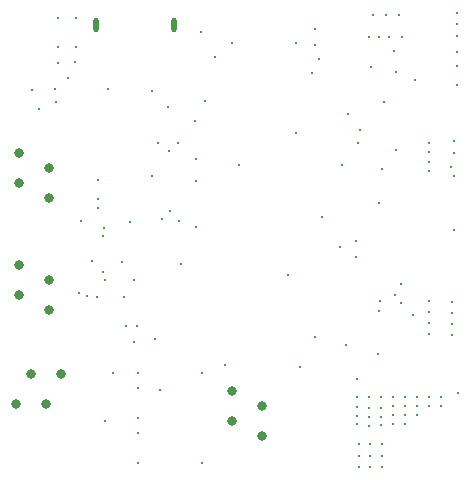
<source format=gbr>
%TF.GenerationSoftware,Altium Limited,Altium Designer,22.10.1 (41)*%
G04 Layer_Color=0*
%FSLAX45Y45*%
%MOMM*%
%TF.SameCoordinates,8EF9DDD9-B046-4884-B7CB-8C41A3A7CB5C*%
%TF.FilePolarity,Positive*%
%TF.FileFunction,Plated,1,4,PTH,Drill*%
%TF.Part,Single*%
G01*
G75*
%TA.AperFunction,ComponentDrill*%
%ADD95C,0.80000*%
%ADD96C,0.80000*%
%ADD97O,0.50000X1.20000*%
%TA.AperFunction,ViaDrill,NotFilled*%
%ADD98C,0.20000*%
%ADD99C,0.30000*%
D95*
X491999Y2381000D02*
D03*
X237999Y2508000D02*
D03*
Y2762000D02*
D03*
X491999Y2635000D02*
D03*
X2297498Y616500D02*
D03*
Y362500D02*
D03*
X2043498Y743500D02*
D03*
Y489500D02*
D03*
X237999Y1817000D02*
D03*
X491999Y1690000D02*
D03*
X237999Y1563000D02*
D03*
X491999Y1436000D02*
D03*
D96*
X468000Y638500D02*
D03*
X214000D02*
D03*
X341000Y892500D02*
D03*
X595000D02*
D03*
D97*
X894999Y3842502D02*
D03*
X1554998D02*
D03*
D98*
X3900000Y2640000D02*
D03*
X2960000Y1965000D02*
D03*
X2617500Y947500D02*
D03*
X2750000Y3810000D02*
D03*
X2975000Y2662500D02*
D03*
X3025000Y3092500D02*
D03*
X2802500Y2222500D02*
D03*
X651500Y3399998D02*
D03*
X547500Y3300000D02*
D03*
X947546Y2056162D02*
D03*
X960000Y2127500D02*
D03*
X746248Y1572824D02*
D03*
X953075Y1757996D02*
D03*
X899502Y1540000D02*
D03*
X1607500Y1819245D02*
D03*
X1510000Y2780000D02*
D03*
X1589289Y2842639D02*
D03*
X1500000Y3150000D02*
D03*
X1420069Y2842639D02*
D03*
X912545Y2375116D02*
D03*
Y2295112D02*
D03*
Y2535124D02*
D03*
X1737585Y2135104D02*
D03*
X2742500Y1207500D02*
D03*
X1515374Y2271212D02*
D03*
X1178966Y2180001D02*
D03*
X3947500Y3499998D02*
D03*
Y3619998D02*
D03*
X3590000Y3380000D02*
D03*
X3010257Y1135202D02*
D03*
X3215000Y300000D02*
D03*
X3115000D02*
D03*
X3315000Y200000D02*
D03*
X3315000Y300465D02*
D03*
X3315000Y100000D02*
D03*
X3115000D02*
D03*
X3215000Y200000D02*
D03*
X3115000D02*
D03*
X3215000Y100000D02*
D03*
X3105713Y536000D02*
D03*
Y613500D02*
D03*
Y697500D02*
D03*
Y463500D02*
D03*
X3206785Y602500D02*
D03*
Y697500D02*
D03*
Y527500D02*
D03*
Y452500D02*
D03*
X3307857Y455000D02*
D03*
Y605000D02*
D03*
Y527500D02*
D03*
Y697500D02*
D03*
X3408928D02*
D03*
Y467500D02*
D03*
Y542500D02*
D03*
X3510000Y467500D02*
D03*
Y540000D02*
D03*
Y697500D02*
D03*
X3611072Y547500D02*
D03*
Y697500D02*
D03*
X3712143Y622500D02*
D03*
Y697500D02*
D03*
X3813215Y622500D02*
D03*
Y697500D02*
D03*
X3611072Y617500D02*
D03*
X3510000D02*
D03*
X3408928D02*
D03*
X3287502Y3745001D02*
D03*
X3205002D02*
D03*
X3479998Y3747501D02*
D03*
X3372500Y3745001D02*
D03*
X3712499Y1323333D02*
D03*
Y1230000D02*
D03*
Y1510000D02*
D03*
Y1416667D02*
D03*
X3475000Y1495000D02*
D03*
X3419998Y1562501D02*
D03*
X3290000Y2340000D02*
D03*
X3430200Y3450000D02*
D03*
X549998Y3189600D02*
D03*
X1780000Y3790000D02*
D03*
X969998Y1689997D02*
D03*
X1727998Y3030000D02*
D03*
X1454800Y2200001D02*
D03*
X1240000Y1300000D02*
D03*
X3902500Y1406666D02*
D03*
Y1313333D02*
D03*
Y1220000D02*
D03*
X3920000Y2570000D02*
D03*
Y2763333D02*
D03*
Y2860000D02*
D03*
X3712999Y2610000D02*
D03*
Y2689168D02*
D03*
X3920000Y2110000D02*
D03*
X3090000Y1880000D02*
D03*
X1394927Y1182872D02*
D03*
X2520000Y1730000D02*
D03*
X3430000Y2790000D02*
D03*
X3950000Y3950000D02*
D03*
Y3850000D02*
D03*
Y3750000D02*
D03*
X3955000Y730000D02*
D03*
X3330000Y3192500D02*
D03*
X3107500Y2845000D02*
D03*
X3127500Y2952500D02*
D03*
X2724799Y3434999D02*
D03*
X3417501Y3625000D02*
D03*
X3224256Y3489256D02*
D03*
X1435000Y757500D02*
D03*
X3580002Y1387786D02*
D03*
X2102500Y2660000D02*
D03*
X767540Y2190107D02*
D03*
X3902500Y1499999D02*
D03*
X3945500Y3339998D02*
D03*
X3294718Y1512781D02*
D03*
X1370000Y3285002D02*
D03*
X407500Y3132500D02*
D03*
X350000Y3292500D02*
D03*
X1594185Y2189505D02*
D03*
X819799Y1547500D02*
D03*
X3712999Y2768335D02*
D03*
X3477499Y1654998D02*
D03*
X3310001Y2622499D02*
D03*
X3457499Y3932499D02*
D03*
X3350001D02*
D03*
X3239999D02*
D03*
X2588981Y3692098D02*
D03*
Y2930098D02*
D03*
X1792402Y899998D02*
D03*
Y137998D02*
D03*
X3285002Y1425001D02*
D03*
X3712999Y2847503D02*
D03*
X2780000Y3559998D02*
D03*
X1370000Y2570002D02*
D03*
X1250000Y772998D02*
D03*
Y518998D02*
D03*
Y391998D02*
D03*
D99*
X567502Y3657498D02*
D03*
X722498D02*
D03*
X1737585Y2527623D02*
D03*
X1815536Y3199460D02*
D03*
X1210000Y1162500D02*
D03*
X1147500Y1295000D02*
D03*
X972002Y490002D02*
D03*
X1896949Y3577104D02*
D03*
X1210000Y1690000D02*
D03*
X1130000Y1540000D02*
D03*
X861830Y1849996D02*
D03*
X1110000Y1840000D02*
D03*
X3090000Y2017998D02*
D03*
X1985000Y964497D02*
D03*
X1250000Y899998D02*
D03*
X1039998D02*
D03*
X2046580Y3692098D02*
D03*
X722498Y3907500D02*
D03*
X572501D02*
D03*
X715000Y3530001D02*
D03*
X572501Y3527501D02*
D03*
X997499Y3302498D02*
D03*
X1737584Y2707630D02*
D03*
X3277499Y1062502D02*
D03*
X3102498Y845500D02*
D03*
X2750000Y3671997D02*
D03*
X1250000Y137998D02*
D03*
%TF.MD5,2938c5d27726da1965537216a66a9635*%
M02*

</source>
